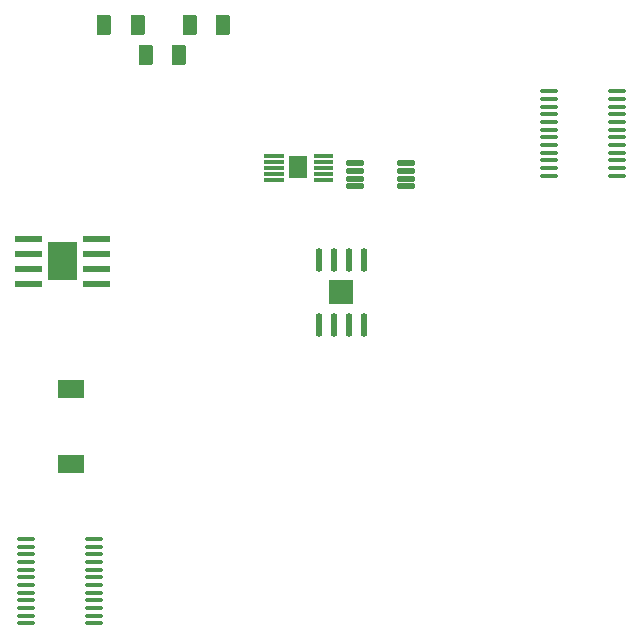
<source format=gtp>
G04 #@! TF.GenerationSoftware,KiCad,Pcbnew,8.0.7*
G04 #@! TF.CreationDate,2025-01-26T00:40:11-05:00*
G04 #@! TF.ProjectId,shadow,73686164-6f77-42e6-9b69-6361645f7063,rev?*
G04 #@! TF.SameCoordinates,Original*
G04 #@! TF.FileFunction,Paste,Top*
G04 #@! TF.FilePolarity,Positive*
%FSLAX46Y46*%
G04 Gerber Fmt 4.6, Leading zero omitted, Abs format (unit mm)*
G04 Created by KiCad (PCBNEW 8.0.7) date 2025-01-26 00:40:11*
%MOMM*%
%LPD*%
G01*
G04 APERTURE LIST*
G04 Aperture macros list*
%AMRoundRect*
0 Rectangle with rounded corners*
0 $1 Rounding radius*
0 $2 $3 $4 $5 $6 $7 $8 $9 X,Y pos of 4 corners*
0 Add a 4 corners polygon primitive as box body*
4,1,4,$2,$3,$4,$5,$6,$7,$8,$9,$2,$3,0*
0 Add four circle primitives for the rounded corners*
1,1,$1+$1,$2,$3*
1,1,$1+$1,$4,$5*
1,1,$1+$1,$6,$7*
1,1,$1+$1,$8,$9*
0 Add four rect primitives between the rounded corners*
20,1,$1+$1,$2,$3,$4,$5,0*
20,1,$1+$1,$4,$5,$6,$7,0*
20,1,$1+$1,$6,$7,$8,$9,0*
20,1,$1+$1,$8,$9,$2,$3,0*%
G04 Aperture macros list end*
%ADD10C,0.010000*%
%ADD11RoundRect,0.250000X-0.375000X-0.625000X0.375000X-0.625000X0.375000X0.625000X-0.375000X0.625000X0*%
%ADD12R,2.200000X1.500000*%
%ADD13O,0.574000X2.038000*%
%ADD14R,2.000000X2.000000*%
%ADD15RoundRect,0.100000X-0.637500X-0.100000X0.637500X-0.100000X0.637500X0.100000X-0.637500X0.100000X0*%
%ADD16R,1.570000X1.880000*%
%ADD17RoundRect,0.060000X-0.675000X-0.180000X0.675000X-0.180000X0.675000X0.180000X-0.675000X0.180000X0*%
G04 APERTURE END LIST*
D10*
X123955000Y-61990000D02*
X122405000Y-61990000D01*
X122405000Y-61740000D01*
X123955000Y-61740000D01*
X123955000Y-61990000D01*
G36*
X123955000Y-61990000D02*
G01*
X122405000Y-61990000D01*
X122405000Y-61740000D01*
X123955000Y-61740000D01*
X123955000Y-61990000D01*
G37*
X123955000Y-62490000D02*
X122405000Y-62490000D01*
X122405000Y-62240000D01*
X123955000Y-62240000D01*
X123955000Y-62490000D01*
G36*
X123955000Y-62490000D02*
G01*
X122405000Y-62490000D01*
X122405000Y-62240000D01*
X123955000Y-62240000D01*
X123955000Y-62490000D01*
G37*
X123955000Y-62990000D02*
X122405000Y-62990000D01*
X122405000Y-62740000D01*
X123955000Y-62740000D01*
X123955000Y-62990000D01*
G36*
X123955000Y-62990000D02*
G01*
X122405000Y-62990000D01*
X122405000Y-62740000D01*
X123955000Y-62740000D01*
X123955000Y-62990000D01*
G37*
X123955000Y-63490000D02*
X122405000Y-63490000D01*
X122405000Y-63240000D01*
X123955000Y-63240000D01*
X123955000Y-63490000D01*
G36*
X123955000Y-63490000D02*
G01*
X122405000Y-63490000D01*
X122405000Y-63240000D01*
X123955000Y-63240000D01*
X123955000Y-63490000D01*
G37*
X123955000Y-63990000D02*
X122405000Y-63990000D01*
X122405000Y-63740000D01*
X123955000Y-63740000D01*
X123955000Y-63990000D01*
G36*
X123955000Y-63990000D02*
G01*
X122405000Y-63990000D01*
X122405000Y-63740000D01*
X123955000Y-63740000D01*
X123955000Y-63990000D01*
G37*
X128155000Y-61990000D02*
X126605000Y-61990000D01*
X126605000Y-61740000D01*
X128155000Y-61740000D01*
X128155000Y-61990000D01*
G36*
X128155000Y-61990000D02*
G01*
X126605000Y-61990000D01*
X126605000Y-61740000D01*
X128155000Y-61740000D01*
X128155000Y-61990000D01*
G37*
X128155000Y-62490000D02*
X126605000Y-62490000D01*
X126605000Y-62240000D01*
X128155000Y-62240000D01*
X128155000Y-62490000D01*
G36*
X128155000Y-62490000D02*
G01*
X126605000Y-62490000D01*
X126605000Y-62240000D01*
X128155000Y-62240000D01*
X128155000Y-62490000D01*
G37*
X128155000Y-62990000D02*
X126605000Y-62990000D01*
X126605000Y-62740000D01*
X128155000Y-62740000D01*
X128155000Y-62990000D01*
G36*
X128155000Y-62990000D02*
G01*
X126605000Y-62990000D01*
X126605000Y-62740000D01*
X128155000Y-62740000D01*
X128155000Y-62990000D01*
G37*
X128155000Y-63490000D02*
X126605000Y-63490000D01*
X126605000Y-63240000D01*
X128155000Y-63240000D01*
X128155000Y-63490000D01*
G36*
X128155000Y-63490000D02*
G01*
X126605000Y-63490000D01*
X126605000Y-63240000D01*
X128155000Y-63240000D01*
X128155000Y-63490000D01*
G37*
X128155000Y-63990000D02*
X126605000Y-63990000D01*
X126605000Y-63740000D01*
X128155000Y-63740000D01*
X128155000Y-63990000D01*
G36*
X128155000Y-63990000D02*
G01*
X126605000Y-63990000D01*
X126605000Y-63740000D01*
X128155000Y-63740000D01*
X128155000Y-63990000D01*
G37*
X103478200Y-69084400D02*
X101328200Y-69084400D01*
X101328200Y-68634400D01*
X103478200Y-68634400D01*
X103478200Y-69084400D01*
G36*
X103478200Y-69084400D02*
G01*
X101328200Y-69084400D01*
X101328200Y-68634400D01*
X103478200Y-68634400D01*
X103478200Y-69084400D01*
G37*
X103478200Y-70354400D02*
X101328200Y-70354400D01*
X101328200Y-69904400D01*
X103478200Y-69904400D01*
X103478200Y-70354400D01*
G36*
X103478200Y-70354400D02*
G01*
X101328200Y-70354400D01*
X101328200Y-69904400D01*
X103478200Y-69904400D01*
X103478200Y-70354400D01*
G37*
X103478200Y-71624400D02*
X101328200Y-71624400D01*
X101328200Y-71174400D01*
X103478200Y-71174400D01*
X103478200Y-71624400D01*
G36*
X103478200Y-71624400D02*
G01*
X101328200Y-71624400D01*
X101328200Y-71174400D01*
X103478200Y-71174400D01*
X103478200Y-71624400D01*
G37*
X103478200Y-72894400D02*
X101328200Y-72894400D01*
X101328200Y-72444400D01*
X103478200Y-72444400D01*
X103478200Y-72894400D01*
G36*
X103478200Y-72894400D02*
G01*
X101328200Y-72894400D01*
X101328200Y-72444400D01*
X103478200Y-72444400D01*
X103478200Y-72894400D01*
G37*
X106478200Y-72314400D02*
X104078200Y-72314400D01*
X104078200Y-69214400D01*
X106478200Y-69214400D01*
X106478200Y-72314400D01*
G36*
X106478200Y-72314400D02*
G01*
X104078200Y-72314400D01*
X104078200Y-69214400D01*
X106478200Y-69214400D01*
X106478200Y-72314400D01*
G37*
X109228200Y-69084400D02*
X107078200Y-69084400D01*
X107078200Y-68634400D01*
X109228200Y-68634400D01*
X109228200Y-69084400D01*
G36*
X109228200Y-69084400D02*
G01*
X107078200Y-69084400D01*
X107078200Y-68634400D01*
X109228200Y-68634400D01*
X109228200Y-69084400D01*
G37*
X109228200Y-70354400D02*
X107078200Y-70354400D01*
X107078200Y-69904400D01*
X109228200Y-69904400D01*
X109228200Y-70354400D01*
G36*
X109228200Y-70354400D02*
G01*
X107078200Y-70354400D01*
X107078200Y-69904400D01*
X109228200Y-69904400D01*
X109228200Y-70354400D01*
G37*
X109228200Y-71624400D02*
X107078200Y-71624400D01*
X107078200Y-71174400D01*
X109228200Y-71174400D01*
X109228200Y-71624400D01*
G36*
X109228200Y-71624400D02*
G01*
X107078200Y-71624400D01*
X107078200Y-71174400D01*
X109228200Y-71174400D01*
X109228200Y-71624400D01*
G37*
X109228200Y-72894400D02*
X107078200Y-72894400D01*
X107078200Y-72444400D01*
X109228200Y-72444400D01*
X109228200Y-72894400D01*
G36*
X109228200Y-72894400D02*
G01*
X107078200Y-72894400D01*
X107078200Y-72444400D01*
X109228200Y-72444400D01*
X109228200Y-72894400D01*
G37*
D11*
X108877000Y-50800000D03*
X111677000Y-50800000D03*
D12*
X106019600Y-88010600D03*
X106019600Y-81610600D03*
D13*
X127000000Y-76200000D03*
X128270000Y-76200000D03*
X129540000Y-76200000D03*
X130810000Y-76200000D03*
X130810000Y-70662000D03*
X129540000Y-70662000D03*
X128270000Y-70662000D03*
X127000000Y-70662000D03*
D14*
X128905000Y-73431000D03*
D15*
X146514500Y-56410000D03*
X146514500Y-57060000D03*
X146514500Y-57710000D03*
X146514500Y-58360000D03*
X146514500Y-59010000D03*
X146514500Y-59660000D03*
X146514500Y-60310000D03*
X146514500Y-60960000D03*
X146514500Y-61610000D03*
X146514500Y-62260000D03*
X146514500Y-62910000D03*
X146514500Y-63560000D03*
X152239500Y-63560000D03*
X152239500Y-62910000D03*
X152239500Y-62260000D03*
X152239500Y-61610000D03*
X152239500Y-60960000D03*
X152239500Y-60310000D03*
X152239500Y-59660000D03*
X152239500Y-59010000D03*
X152239500Y-58360000D03*
X152239500Y-57710000D03*
X152239500Y-57060000D03*
X152239500Y-56410000D03*
X102242700Y-94316600D03*
X102242700Y-94966600D03*
X102242700Y-95616600D03*
X102242700Y-96266600D03*
X102242700Y-96916600D03*
X102242700Y-97566600D03*
X102242700Y-98216600D03*
X102242700Y-98866600D03*
X102242700Y-99516600D03*
X102242700Y-100166600D03*
X102242700Y-100816600D03*
X102242700Y-101466600D03*
X107967700Y-101466600D03*
X107967700Y-100816600D03*
X107967700Y-100166600D03*
X107967700Y-99516600D03*
X107967700Y-98866600D03*
X107967700Y-98216600D03*
X107967700Y-97566600D03*
X107967700Y-96916600D03*
X107967700Y-96266600D03*
X107967700Y-95616600D03*
X107967700Y-94966600D03*
X107967700Y-94316600D03*
D16*
X125280000Y-62865000D03*
D11*
X112417000Y-53340000D03*
X115217000Y-53340000D03*
D17*
X130082000Y-62525000D03*
X130082000Y-63175000D03*
X130082000Y-63825000D03*
X130082000Y-64475000D03*
X134382000Y-64475000D03*
X134382000Y-63825000D03*
X134382000Y-63175000D03*
X134382000Y-62525000D03*
D11*
X116097000Y-50800000D03*
X118897000Y-50800000D03*
M02*

</source>
